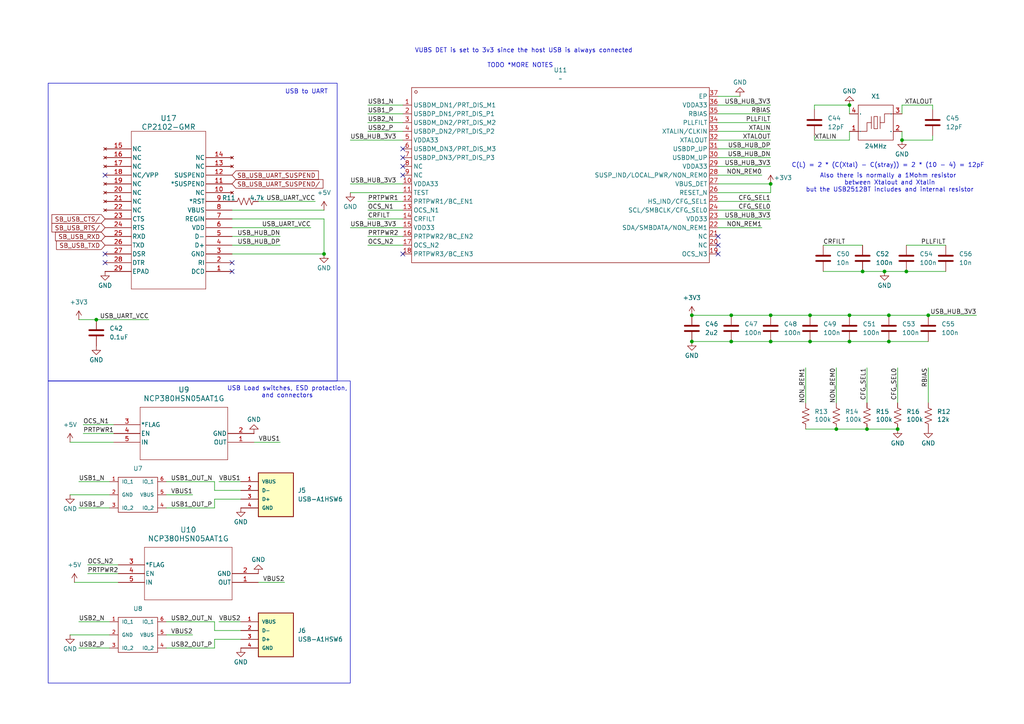
<source format=kicad_sch>
(kicad_sch (version 20250114) (generator "eeschema") (generator_version "9.0")
  (paper "A4")
  (lib_symbols
    (symbol "Device:C" (pin_numbers (hide yes)) (pin_names (offset 0.254))
      (property "Reference" "C" (at 0.635 2.54 0))
      (property "Value" "C" (at 0.635 -2.54 0))
      (symbol "C_0_1"
        (polyline (pts (xy -2.032 0.762) (xy 2.032 0.762)) (stroke (width 0.508)))
        (polyline (pts (xy -2.032 -0.762) (xy 2.032 -0.762)) (stroke (width 0.508)))
      )
      (symbol "C_1_1"
        (pin passive line (at 0 3.81 270) (length 2.794) (name "~") (number "1"))
        (pin passive line (at 0 -3.81 90) (length 2.794) (name "~") (number "2"))
      )
    )
    (symbol "Device:R_US" (pin_numbers (hide yes)) (pin_names (offset 0))
      (property "Reference" "R" (at 2.54 0 90))
      (property "Value" "R_US" (at -2.54 0 90))
      (symbol "R_US_0_1"
        (polyline (pts (xy 0 2.286) (xy 0 2.54)))
        (polyline (pts (xy 0 2.286) (xy 1.016 1.905) (xy 0 1.524) (xy -1.016 1.143) (xy 0 0.762)))
        (polyline (pts (xy 0 0.762) (xy 1.016 0.381) (xy 0 0) (xy -1.016 -0.381) (xy 0 -0.762)))
        (polyline (pts (xy 0 -0.762) (xy 1.016 -1.143) (xy 0 -1.524) (xy -1.016 -1.905) (xy 0 -2.286)))
        (polyline (pts (xy 0 -2.286) (xy 0 -2.54)))
      )
      (symbol "R_US_1_1"
        (pin passive line (at 0 3.81 270) (length 1.27) (name "~") (number "1"))
        (pin passive line (at 0 -3.81 90) (length 1.27) (name "~") (number "2"))
      )
    )
    (symbol "Test:NCP380HSN05AAT1G" (pin_names (offset 0.254))
      (property "Reference" "U" (at 20.32 10.16 0))
      (property "Value" "NCP380HSN05AAT1G" (at 20.32 7.62 0))
      (symbol "NCP380HSN05AAT1G_0_1"
        (polyline (pts (xy 7.62 5.08) (xy 7.62 -10.16)) (stroke (width 0.127)))
        (polyline (pts (xy 7.62 -10.16) (xy 33.02 -10.16)) (stroke (width 0.127)))
        (polyline (pts (xy 33.02 5.08) (xy 7.62 5.08)) (stroke (width 0.127)))
        (polyline (pts (xy 33.02 -10.16) (xy 33.02 5.08)) (stroke (width 0.127)))
        (pin output line (at 0 0 0) (length 7.62) (name "OUT") (number "1"))
        (pin power_in line (at 0 -2.54 0) (length 7.62) (name "GND") (number "2"))
        (pin input line (at 40.64 0 180) (length 7.62) (name "IN") (number "5"))
        (pin input line (at 40.64 -2.54 180) (length 7.62) (name "EN") (number "4"))
        (pin output line (at 40.64 -5.08 180) (length 7.62) (name "*FLAG") (number "3"))
      )
    )
    (symbol "Test:USB-A1HSW6" (pin_names (offset 1.016))
      (property "Reference" "J" (at -5.0818 8.898 0))
      (property "Value" "USB-A1HSW6" (at -5.0836 -7.6344 0))
      (symbol "USB-A1HSW6_0_0"
        (rectangle (start -5.08 -5.08) (end 5.08 7.62) (stroke (width 0.254)) (fill (type background)))
        (pin power_in line (at -10.16 5.08 0) (length 5.08) (name "VBUS") (number "1"))
        (pin bidirectional line (at -10.16 2.54 0) (length 5.08) (name "D-") (number "2"))
        (pin bidirectional line (at -10.16 0 0) (length 5.08) (name "D+") (number "3"))
        (pin power_in line (at -10.16 -2.54 0) (length 5.08) (name "GND") (number "4"))
      )
    )
    (symbol "Test:USBLC6-2SC6" (pin_names (offset 1.016))
      (property "Reference" "U" (at -15.2693 17.8093 0))
      (symbol "USBLC6-2SC6_0_1"
        (rectangle (start 0 0) (end 11.43 -10.16))
      )
      (symbol "USBLC6-2SC6_1_0"
        (pin bidirectional line (at -2.54 -1.27 0) (length 2.54) (name "IO_1") (number "1"))
        (pin power_in line (at -2.54 -5.08 0) (length 2.54) (name "GND") (number "2"))
        (pin bidirectional line (at -2.54 -8.89 0) (length 2.54) (name "IO_2") (number "3"))
        (pin bidirectional line (at 13.97 -1.27 180) (length 2.54) (name "IO_1") (number "6"))
        (pin power_in line (at 13.97 -5.08 180) (length 2.54) (name "VBUS") (number "5"))
        (pin bidirectional line (at 13.97 -8.89 180) (length 2.54) (name "IO_2") (number "4"))
      )
    )
    (symbol "USB_HUB:CP2102-GMR" (pin_names (offset 0.254))
      (symbol "CP2102-GMR_0_1"
        (polyline (pts (xy 24.13 5.08) (xy 24.13 -40.64)) (stroke (width 0.127)))
        (polyline (pts (xy 24.13 -40.64) (xy 45.72 -40.64)) (stroke (width 0.127)))
        (polyline (pts (xy 45.72 5.08) (xy 24.13 5.08)) (stroke (width 0.127)))
        (polyline (pts (xy 45.72 5.08) (xy 45.72 -40.64)) (stroke (width 0.127)))
        (pin input line (at 16.51 0 0) (length 7.62) (name "DCD") (number "1"))
        (pin input line (at 16.51 -2.54 0) (length 7.62) (name "RI") (number "2"))
        (pin power_in line (at 16.51 -5.08 0) (length 7.62) (name "GND") (number "3"))
        (pin bidirectional line (at 16.51 -7.62 0) (length 7.62) (name "D+") (number "4"))
        (pin bidirectional line (at 16.51 -10.16 0) (length 7.62) (name "D-") (number "5"))
        (pin power_in line (at 16.51 -12.7 0) (length 7.62) (name "VDD") (number "6"))
        (pin input line (at 16.51 -15.24 0) (length 7.62) (name "REGIN") (number "7"))
        (pin input line (at 16.51 -17.78 0) (length 7.62) (name "VBUS") (number "8"))
        (pin bidirectional line (at 16.51 -20.32 0) (length 7.62) (name "*RST") (number "9"))
        (pin no_connect line (at 16.51 -22.86 0) (length 7.62) (name "NC") (number "10"))
        (pin output line (at 16.51 -25.4 0) (length 7.62) (name "*SUSPEND") (number "11"))
        (pin output line (at 16.51 -27.94 0) (length 7.62) (name "SUSPEND") (number "12"))
        (pin no_connect line (at 16.51 -30.48 0) (length 7.62) (name "NC") (number "13"))
        (pin no_connect line (at 16.51 -33.02 0) (length 7.62) (name "NC") (number "14"))
        (pin unspecified line (at 53.34 0 180) (length 7.62) (name "EPAD") (number "29"))
        (pin output line (at 53.34 -2.54 180) (length 7.62) (name "DTR") (number "28"))
        (pin input line (at 53.34 -5.08 180) (length 7.62) (name "DSR") (number "27"))
        (pin output line (at 53.34 -7.62 180) (length 7.62) (name "TXD") (number "26"))
        (pin input line (at 53.34 -10.16 180) (length 7.62) (name "RXD") (number "25"))
        (pin output line (at 53.34 -12.7 180) (length 7.62) (name "RTS") (number "24"))
        (pin input line (at 53.34 -15.24 180) (length 7.62) (name "CTS") (number "23"))
        (pin no_connect line (at 53.34 -17.78 180) (length 7.62) (name "NC") (number "22"))
        (pin no_connect line (at 53.34 -20.32 180) (length 7.62) (name "NC") (number "21"))
        (pin no_connect line (at 53.34 -22.86 180) (length 7.62) (name "NC") (number "20"))
        (pin no_connect line (at 53.34 -25.4 180) (length 7.62) (name "NC") (number "19"))
        (pin bidirectional line (at 53.34 -27.94 180) (length 7.62) (name "NC/VPP") (number "18"))
        (pin no_connect line (at 53.34 -30.48 180) (length 7.62) (name "NC") (number "17"))
        (pin no_connect line (at 53.34 -33.02 180) (length 7.62) (name "NC") (number "16"))
        (pin no_connect line (at 53.34 -35.56 180) (length 7.62) (name "NC") (number "15"))
      )
    )
    (symbol "USB_HUB:USB2513B/M2"
      (property "Reference" "U" (at 0 0 0))
      (symbol "USB2513B/M2_1_0"
        (rectangle (start -43.18 -25.4) (end 43.18 25.4))
        (circle (center -41.91 24.13) (radius 0.381))
        (pin unspecified line (at -45.72 20.32 0) (length 2.54) (name "USBDM_DN1/PRT_DIS_M1") (number "1"))
        (pin unspecified line (at -45.72 17.78 0) (length 2.54) (name "USBDP_DN1/PRT_DIS_P1") (number "2"))
        (pin unspecified line (at -45.72 15.24 0) (length 2.54) (name "USBDM_DN2/PRT_DIS_M2") (number "3"))
        (pin unspecified line (at -45.72 12.7 0) (length 2.54) (name "USBDP_DN2/PRT_DIS_P2") (number "4"))
        (pin unspecified line (at -45.72 10.16 0) (length 2.54) (name "VDDA33") (number "5"))
        (pin unspecified line (at -45.72 7.62 0) (length 2.54) (name "USBDM_DN3/PRT_DIS_M3") (number "6"))
        (pin unspecified line (at -45.72 5.08 0) (length 2.54) (name "USBDP_DN3/PRT_DIS_P3") (number "7"))
        (pin unspecified line (at -45.72 2.54 0) (length 2.54) (name "NC") (number "8"))
        (pin unspecified line (at -45.72 0 0) (length 2.54) (name "NC") (number "9"))
        (pin unspecified line (at -45.72 -2.54 0) (length 2.54) (name "VDDA33") (number "10"))
        (pin unspecified line (at -45.72 -5.08 0) (length 2.54) (name "TEST") (number "11"))
        (pin unspecified line (at -45.72 -7.62 0) (length 2.54) (name "PRTPWR1/BC_EN1") (number "12"))
        (pin unspecified line (at -45.72 -10.16 0) (length 2.54) (name "OCS_N1") (number "13"))
        (pin unspecified line (at -45.72 -12.7 0) (length 2.54) (name "CRFILT") (number "14"))
        (pin unspecified line (at -45.72 -15.24 0) (length 2.54) (name "VDD33") (number "15"))
        (pin unspecified line (at -45.72 -17.78 0) (length 2.54) (name "PRTPWR2/BC_EN2") (number "16"))
        (pin unspecified line (at -45.72 -20.32 0) (length 2.54) (name "OCS_N2") (number "17"))
        (pin unspecified line (at -45.72 -22.86 0) (length 2.54) (name "PRTPWR3/BC_EN3") (number "18"))
        (pin unspecified line (at 45.72 22.86 180) (length 2.54) (name "EP") (number "37"))
        (pin unspecified line (at 45.72 20.32 180) (length 2.54) (name "VDDA33") (number "36"))
        (pin unspecified line (at 45.72 17.78 180) (length 2.54) (name "RBIAS") (number "35"))
        (pin unspecified line (at 45.72 15.24 180) (length 2.54) (name "PLLFILT") (number "34"))
        (pin unspecified line (at 45.72 12.7 180) (length 2.54) (name "XTALIN/CLKIN") (number "33"))
        (pin unspecified line (at 45.72 10.16 180) (length 2.54) (name "XTALOUT") (number "32"))
        (pin unspecified line (at 45.72 7.62 180) (length 2.54) (name "USBDP_UP") (number "31"))
        (pin unspecified line (at 45.72 5.08 180) (length 2.54) (name "USBDM_UP") (number "30"))
        (pin unspecified line (at 45.72 2.54 180) (length 2.54) (name "VDDA33") (number "29"))
        (pin unspecified line (at 45.72 0 180) (length 2.54) (name "SUSP_IND/LOCAL_PWR/NON_REM0") (number "28"))
        (pin unspecified line (at 45.72 -2.54 180) (length 2.54) (name "VBUS_DET") (number "27"))
        (pin unspecified line (at 45.72 -5.08 180) (length 2.54) (name "RESET_N") (number "26"))
        (pin unspecified line (at 45.72 -7.62 180) (length 2.54) (name "HS_IND/CFG_SEL1") (number "25"))
        (pin unspecified line (at 45.72 -10.16 180) (length 2.54) (name "SCL/SMBCLK/CFG_SEL0") (number "24"))
        (pin unspecified line (at 45.72 -12.7 180) (length 2.54) (name "VDD33") (number "23"))
        (pin unspecified line (at 45.72 -15.24 180) (length 2.54) (name "SDA/SMBDATA/NON_REM1") (number "22"))
        (pin unspecified line (at 45.72 -17.78 180) (length 2.54) (name "NC") (number "21"))
        (pin unspecified line (at 45.72 -20.32 180) (length 2.54) (name "NC") (number "20"))
        (pin unspecified line (at 45.72 -22.86 180) (length 2.54) (name "OCS_N3") (number "19"))
      )
    )
    (symbol "USB_HUB:XL7EL89CMI-111YLC-24M"
      (property "Reference" "X" (at 0 0 0))
      (symbol "XL7EL89CMI-111YLC-24M_1_0"
        (rectangle (start -5.08 5.08) (end 5.08 -5.08))
        (polyline (pts (xy -5.08 -2.54) (xy -2.54 -2.54) (xy -2.54 -2.54) (xy -2.54 0) (xy -2.54 0) (xy -1.27 0)))
        (polyline (pts (xy -1.27 -1.778) (xy -1.27 1.778)))
        (rectangle (start -0.508 1.778) (end 0.508 -1.778))
        (polyline (pts (xy 1.27 -1.778) (xy 1.27 1.778)))
        (polyline (pts (xy 5.08 2.54) (xy 2.54 2.54) (xy 2.54 2.54) (xy 2.54 0) (xy 2.54 0) (xy 1.27 0)))
        (pin input line (at -7.62 2.54 0) (length 2.54) (name "GND") (number "4"))
        (pin input line (at -7.62 -2.54 0) (length 2.54) (name "1") (number "1"))
        (pin input line (at 7.62 2.54 180) (length 2.54) (name "3") (number "3"))
        (pin input line (at 7.62 -2.54 180) (length 2.54) (name "GND") (number "2"))
      )
    )
    (symbol "power:+3V3" (power) (pin_numbers (hide yes)) (pin_names (offset 0) (hide yes))
      (property "Value" "+3V3" (at 0 3.556 0))
      (symbol "+3V3_0_1"
        (polyline (pts (xy -0.762 1.27) (xy 0 2.54)))
        (polyline (pts (xy 0 2.54) (xy 0.762 1.27)))
        (polyline (pts (xy 0 0) (xy 0 2.54)))
      )
      (symbol "+3V3_1_1"
        (pin power_in line (at 0 0 90) (length 0) (name "~") (number "1"))
      )
    )
    (symbol "power:+5V" (power) (pin_numbers (hide yes)) (pin_names (offset 0) (hide yes))
      (property "Value" "+5V" (at 0 3.556 0))
      (symbol "+5V_0_1"
        (polyline (pts (xy -0.762 1.27) (xy 0 2.54)))
        (polyline (pts (xy 0 2.54) (xy 0.762 1.27)))
        (polyline (pts (xy 0 0) (xy 0 2.54)))
      )
      (symbol "+5V_1_1"
        (pin power_in line (at 0 0 90) (length 0) (name "~") (number "1"))
      )
    )
    (symbol "power:GND" (power) (pin_numbers (hide yes)) (pin_names (offset 0) (hide yes))
      (property "Value" "GND" (at 0 -3.81 0))
      (symbol "GND_0_1"
        (polyline (pts (xy 0 0) (xy 0 -1.27) (xy 1.27 -1.27) (xy 0 -2.54) (xy -1.27 -1.27) (xy 0 -1.27)))
      )
      (symbol "GND_1_1"
        (pin power_in line (at 0 0 270) (length 0) (name "~") (number "1"))
      )
    )
  )
  (rectangle (start 13.97 24.13) (end 97.79 110.49))
  (rectangle (start 13.97 110.49) (end 101.6 198.12))
  (text "USB to UART\n" (at 88.9 26.67 0) (effects (font (size 1.27 1.27))))
  (text "C(L) = 2 * (C(Xtal) - C(stray)) = 2 * (10 - 4) = 12pF\n" (at 257.556 48.006 0) (effects (font (size 1.27 1.27))))
  (text "Also there is normally a 1Mohm resistor \nbetween Xtalout and Xtalin\nbut the USB2512BT includes and internal resistor\n" (at 258.064 53.086 0) (effects (font (size 1.27 1.27))))
  (text "TODO *MORE NOTES" (at 150.876 19.05 0) (effects (font (size 1.27 1.27))))
  (text "VUBS DET is set to 3v3 since the host USB is always connected" (at 151.892 14.732 0) (effects (font (size 1.27 1.27))))
  (text "USB Load switches, ESD protaction,\nand connectors\n\n" (at 83.312 114.808 0) (effects (font (size 1.27 1.27))))
  (junction (at 223.52 53.34))
  (junction (at 261.62 40.64))
  (junction (at 234.95 99.06))
  (junction (at 200.66 91.44))
  (junction (at 256.54 78.74))
  (junction (at 246.38 99.06))
  (junction (at 212.09 99.06))
  (junction (at 223.52 99.06))
  (junction (at 246.38 30.48))
  (junction (at 251.46 124.46))
  (junction (at 93.98 73.66))
  (junction (at 212.09 91.44))
  (junction (at 250.19 78.74))
  (junction (at 27.94 92.71))
  (junction (at 260.35 124.46))
  (junction (at 262.89 78.74))
  (junction (at 246.38 91.44))
  (junction (at 257.81 99.06))
  (junction (at 223.52 91.44))
  (junction (at 200.66 99.06))
  (junction (at 257.81 91.44))
  (junction (at 269.24 91.44))
  (junction (at 242.57 124.46))
  (junction (at 234.95 91.44))
  (no_connect (at 67.31 76.2))
  (no_connect (at 67.31 78.74))
  (no_connect (at 116.84 73.66))
  (no_connect (at 208.28 71.12))
  (no_connect (at 30.48 50.8))
  (no_connect (at 208.28 68.58))
  (no_connect (at 30.48 73.66))
  (no_connect (at 30.48 76.2))
  (no_connect (at 116.84 43.18))
  (no_connect (at 116.84 45.72))
  (no_connect (at 116.84 50.8))
  (no_connect (at 208.28 73.66))
  (no_connect (at 116.84 48.26))
  (wire (pts (xy 20.32 184.15) (xy 31.75 184.15)))
  (wire (pts (xy 233.68 124.46) (xy 242.57 124.46)))
  (wire (pts (xy 24.13 123.19) (xy 33.02 123.19)))
  (wire (pts (xy 62.23 142.24) (xy 69.85 142.24)))
  (wire (pts (xy 200.66 99.06) (xy 212.09 99.06)))
  (wire (pts (xy 74.93 168.91) (xy 82.55 168.91)))
  (wire (pts (xy 236.22 40.64) (xy 236.22 39.37)))
  (wire (pts (xy 246.38 30.48) (xy 236.22 30.48)))
  (wire (pts (xy 261.62 33.02) (xy 261.62 30.48)))
  (wire (pts (xy 208.28 30.48) (xy 223.52 30.48)))
  (wire (pts (xy 212.09 99.06) (xy 223.52 99.06)))
  (wire (pts (xy 269.24 106.68) (xy 269.24 116.84)))
  (wire (pts (xy 106.68 68.58) (xy 116.84 68.58)))
  (wire (pts (xy 238.76 78.74) (xy 250.19 78.74)))
  (wire (pts (xy 106.68 60.96) (xy 116.84 60.96)))
  (wire (pts (xy 73.66 128.27) (xy 81.28 128.27)))
  (wire (pts (xy 261.62 40.64) (xy 270.51 40.64)))
  (wire (pts (xy 208.28 55.88) (xy 223.52 55.88)))
  (wire (pts (xy 24.13 125.73) (xy 33.02 125.73)))
  (wire (pts (xy 67.31 71.12) (xy 81.28 71.12)))
  (wire (pts (xy 246.38 99.06) (xy 257.81 99.06)))
  (wire (pts (xy 262.89 71.12) (xy 274.32 71.12)))
  (wire (pts (xy 283.21 91.44) (xy 269.24 91.44)))
  (wire (pts (xy 106.68 71.12) (xy 116.84 71.12)))
  (wire (pts (xy 208.28 27.94) (xy 214.63 27.94)))
  (wire (pts (xy 106.68 33.02) (xy 116.84 33.02)))
  (wire (pts (xy 62.23 147.32) (xy 48.26 147.32)))
  (wire (pts (xy 25.4 163.83) (xy 34.29 163.83)))
  (wire (pts (xy 233.68 106.68) (xy 233.68 116.84)))
  (wire (pts (xy 43.18 92.71) (xy 27.94 92.71)))
  (wire (pts (xy 208.28 40.64) (xy 223.52 40.64)))
  (wire (pts (xy 261.62 38.1) (xy 261.62 40.64)))
  (wire (pts (xy 250.19 71.12) (xy 238.76 71.12)))
  (wire (pts (xy 25.4 166.37) (xy 34.29 166.37)))
  (wire (pts (xy 200.66 91.44) (xy 212.09 91.44)))
  (wire (pts (xy 246.38 38.1) (xy 246.38 40.64)))
  (wire (pts (xy 106.68 35.56) (xy 116.84 35.56)))
  (wire (pts (xy 62.23 144.78) (xy 69.85 144.78)))
  (wire (pts (xy 48.26 143.51) (xy 55.88 143.51)))
  (wire (pts (xy 62.23 185.42) (xy 62.23 187.96)))
  (wire (pts (xy 67.31 68.58) (xy 81.28 68.58)))
  (wire (pts (xy 208.28 48.26) (xy 223.52 48.26)))
  (wire (pts (xy 62.23 180.34) (xy 48.26 180.34)))
  (wire (pts (xy 242.57 106.68) (xy 242.57 116.84)))
  (wire (pts (xy 62.23 182.88) (xy 69.85 182.88)))
  (wire (pts (xy 234.95 91.44) (xy 246.38 91.44)))
  (wire (pts (xy 208.28 58.42) (xy 223.52 58.42)))
  (wire (pts (xy 67.31 66.04) (xy 90.17 66.04)))
  (wire (pts (xy 261.62 30.48) (xy 270.51 30.48)))
  (wire (pts (xy 208.28 35.56) (xy 223.52 35.56)))
  (wire (pts (xy 106.68 58.42) (xy 116.84 58.42)))
  (wire (pts (xy 223.52 99.06) (xy 234.95 99.06)))
  (wire (pts (xy 208.28 66.04) (xy 220.98 66.04)))
  (wire (pts (xy 67.31 73.66) (xy 93.98 73.66)))
  (wire (pts (xy 101.6 53.34) (xy 116.84 53.34)))
  (wire (pts (xy 246.38 91.44) (xy 257.81 91.44)))
  (wire (pts (xy 246.38 40.64) (xy 236.22 40.64)))
  (wire (pts (xy 208.28 33.02) (xy 223.52 33.02)))
  (wire (pts (xy 270.51 40.64) (xy 270.51 39.37)))
  (wire (pts (xy 22.86 92.71) (xy 27.94 92.71)))
  (wire (pts (xy 106.68 30.48) (xy 116.84 30.48)))
  (wire (pts (xy 257.81 91.44) (xy 269.24 91.44)))
  (wire (pts (xy 208.28 60.96) (xy 223.52 60.96)))
  (wire (pts (xy 67.31 63.5) (xy 93.98 63.5)))
  (wire (pts (xy 101.6 40.64) (xy 116.84 40.64)))
  (wire (pts (xy 234.95 99.06) (xy 246.38 99.06)))
  (wire (pts (xy 242.57 124.46) (xy 251.46 124.46)))
  (wire (pts (xy 48.26 139.7) (xy 62.23 139.7)))
  (wire (pts (xy 62.23 144.78) (xy 62.23 147.32)))
  (wire (pts (xy 48.26 184.15) (xy 55.88 184.15)))
  (wire (pts (xy 208.28 45.72) (xy 223.52 45.72)))
  (wire (pts (xy 62.23 180.34) (xy 62.23 182.88)))
  (wire (pts (xy 270.51 30.48) (xy 270.51 31.75)))
  (wire (pts (xy 22.86 187.96) (xy 31.75 187.96)))
  (wire (pts (xy 20.32 143.51) (xy 31.75 143.51)))
  (wire (pts (xy 208.28 38.1) (xy 223.52 38.1)))
  (wire (pts (xy 22.86 147.32) (xy 31.75 147.32)))
  (wire (pts (xy 67.31 60.96) (xy 93.98 60.96)))
  (wire (pts (xy 69.85 180.34) (xy 63.5 180.34)))
  (wire (pts (xy 208.28 50.8) (xy 220.98 50.8)))
  (wire (pts (xy 262.89 78.74) (xy 274.32 78.74)))
  (wire (pts (xy 251.46 124.46) (xy 260.35 124.46)))
  (wire (pts (xy 212.09 91.44) (xy 223.52 91.44)))
  (wire (pts (xy 246.38 30.48) (xy 246.38 33.02)))
  (wire (pts (xy 251.46 106.68) (xy 251.46 116.84)))
  (wire (pts (xy 62.23 139.7) (xy 62.23 142.24)))
  (wire (pts (xy 20.32 128.27) (xy 33.02 128.27)))
  (wire (pts (xy 101.6 55.88) (xy 116.84 55.88)))
  (wire (pts (xy 62.23 187.96) (xy 48.26 187.96)))
  (wire (pts (xy 208.28 63.5) (xy 223.52 63.5)))
  (wire (pts (xy 93.98 63.5) (xy 93.98 73.66)))
  (wire (pts (xy 223.52 53.34) (xy 223.52 55.88)))
  (wire (pts (xy 260.35 106.68) (xy 260.35 116.84)))
  (wire (pts (xy 236.22 30.48) (xy 236.22 31.75)))
  (wire (pts (xy 62.23 185.42) (xy 69.85 185.42)))
  (wire (pts (xy 106.68 63.5) (xy 116.84 63.5)))
  (wire (pts (xy 208.28 43.18) (xy 223.52 43.18)))
  (wire (pts (xy 21.59 168.91) (xy 34.29 168.91)))
  (wire (pts (xy 101.6 66.04) (xy 116.84 66.04)))
  (wire (pts (xy 22.86 180.34) (xy 31.75 180.34)))
  (wire (pts (xy 69.85 139.7) (xy 63.5 139.7)))
  (wire (pts (xy 208.28 53.34) (xy 223.52 53.34)))
  (wire (pts (xy 250.19 78.74) (xy 256.54 78.74)))
  (wire (pts (xy 223.52 91.44) (xy 234.95 91.44)))
  (wire (pts (xy 74.93 58.42) (xy 91.44 58.42)))
  (wire (pts (xy 22.86 139.7) (xy 31.75 139.7)))
  (wire (pts (xy 106.68 38.1) (xy 116.84 38.1)))
  (wire (pts (xy 256.54 78.74) (xy 262.89 78.74)))
  (wire (pts (xy 257.81 99.06) (xy 269.24 99.06)))
  (label "USB_UART_VCC" (at 90.17 66.04 180))
  (label "USB2_N" (at 106.68 35.56 0))
  (label "USB1_OUT_P" (at 49.53 147.32 0))
  (label "USB_HUB_DN" (at 81.28 68.58 180))
  (label "OCS_N2" (at 106.68 71.12 0))
  (label "VBUS2" (at 82.55 168.91 180))
  (label "VBUS2" (at 55.88 184.15 180))
  (label "USB1_N" (at 22.86 139.7 0))
  (label "CFG_SEL1" (at 251.46 106.68 270))
  (label "USB_HUB_DP" (at 81.28 71.12 180))
  (label "USB2_P" (at 106.68 38.1 0))
  (label "CFG_SEL1" (at 223.52 58.42 180))
  (label "VBUS2" (at 63.5 180.34 0))
  (label "USB_UART_VCC" (at 91.44 58.42 180))
  (label "CRFILT" (at 238.76 71.12 0))
  (label "USB_HUB_3V3" (at 101.6 53.34 0))
  (label "XTALOUT" (at 270.51 30.48 180))
  (label "USB_HUB_3V3" (at 223.52 63.5 180))
  (label "USB_UART_VCC" (at 43.18 92.71 180))
  (label "PRTPWR1" (at 24.13 125.73 0))
  (label "PRTPWR2" (at 25.4 166.37 0))
  (label "USB_HUB_DP" (at 223.52 43.18 180))
  (label "CFG_SEL0" (at 223.52 60.96 180))
  (label "OCS_N1" (at 106.68 60.96 0))
  (label "VBUS1" (at 63.5 139.7 0))
  (label "USB2_OUT_N" (at 49.53 180.34 0))
  (label "USB_HUB_3V3" (at 283.21 91.44 180))
  (label "USB_HUB_DN" (at 223.52 45.72 180))
  (label "PRTPWR1" (at 106.68 58.42 0))
  (label "OCS_N2" (at 25.4 163.83 0))
  (label "USB2_OUT_P" (at 49.53 187.96 0))
  (label "PLLFILT" (at 223.52 35.56 180))
  (label "USB1_P" (at 22.86 147.32 0))
  (label "XTALOUT" (at 223.52 40.64 180))
  (label "USB_HUB_3V3" (at 101.6 40.64 0))
  (label "VBUS1" (at 81.28 128.27 180))
  (label "USB2_N" (at 22.86 180.34 0))
  (label "CRFILT" (at 106.68 63.5 0))
  (label "USB1_P" (at 106.68 33.02 0))
  (label "XTALIN" (at 236.22 40.64 0))
  (label "USB1_OUT_N" (at 49.53 139.7 0))
  (label "PLLFILT" (at 274.32 71.12 180))
  (label "NON_REM1" (at 233.68 106.68 270))
  (label "NON_REM0" (at 220.98 50.8 180))
  (label "USB_HUB_3V3" (at 101.6 66.04 0))
  (label "CFG_SEL0" (at 260.35 106.68 270))
  (label "USB2_P" (at 22.86 187.96 0))
  (label "PRTPWR2" (at 106.68 68.58 0))
  (label "USB_HUB_3V3" (at 223.52 30.48 180))
  (label "NON_REM1" (at 220.98 66.04 180))
  (label "OCS_N1" (at 24.13 123.19 0))
  (label "XTALIN" (at 223.52 38.1 180))
  (label "RBIAS" (at 269.24 106.68 270))
  (label "RBIAS" (at 223.52 33.02 180))
  (label "NON_REM0" (at 242.57 106.68 270))
  (label "VBUS1" (at 55.88 143.51 180))
  (label "USB1_N" (at 106.68 30.48 0))
  (label "USB_HUB_3V3" (at 223.52 48.26 180))
  (global_label "SB_USB_UART_SUSPEND" (shape input) (at 67.31 50.8 0) (property "Intersheetrefs" "${INTERSHEET_REFS}" (effects (hide yes))))
  (global_label "SB_USB_CTS{slash}" (shape input) (at 30.48 63.5 180) (property "Intersheetrefs" "${INTERSHEET_REFS}" (effects (hide yes))))
  (global_label "SB_USB_TXD" (shape input) (at 30.48 71.12 180) (property "Intersheetrefs" "${INTERSHEET_REFS}" (effects (hide yes))))
  (global_label "SB_USB_RXD" (shape input) (at 30.48 68.58 180) (property "Intersheetrefs" "${INTERSHEET_REFS}" (effects (hide yes))))
  (global_label "SB_USB_RTS{slash}" (shape input) (at 30.48 66.04 180) (property "Intersheetrefs" "${INTERSHEET_REFS}" (effects (hide yes))))
  (global_label "SB_USB_UART_SUSPEND{slash}" (shape input) (at 67.31 53.34 0) (property "Intersheetrefs" "${INTERSHEET_REFS}" (effects (hide yes))))
  (symbol (lib_id "power:+3V3") (at 22.86 92.71 0) (unit 1)
    (property "Reference" "#PWR0141" (effects (hide yes)))
    (property "Value" "+3V3" (at 22.86 87.63 0))
    (property "Description" "Power symbol creates a global label with name \"+3V3\"" (effects (hide yes)))
  )
  (symbol (lib_id "Device:R_US") (at 233.68 120.65 0) (unit 1)
    (property "Reference" "R13" (at 236.22 119.3799 0) (effects (justify left)))
    (property "Value" "100k" (at 236.22 121.666 0) (effects (justify left)))
    (property "Footprint" "Resistor_SMD:R_0402_1005Metric" (effects (hide yes)))
    (property "Description" "Resistor, US symbol" (effects (hide yes)))
  )
  (symbol (lib_id "Device:C") (at 234.95 95.25 0) (unit 1)
    (property "Reference" "C49" (at 238.76 93.9799 0) (effects (justify left)))
    (property "Value" "100n" (at 238.76 96.5199 0) (effects (justify left)))
    (property "Footprint" "Capacitor_SMD:C_0402_1005Metric" (effects (hide yes)))
    (property "Description" "Unpolarized capacitor" (effects (hide yes)))
  )
  (symbol (lib_id "Device:R_US") (at 242.57 120.65 0) (unit 1)
    (property "Reference" "R14" (at 245.11 119.3799 0) (effects (justify left)))
    (property "Value" "100k" (at 245.11 121.666 0) (effects (justify left)))
    (property "Footprint" "Resistor_SMD:R_0402_1005Metric" (effects (hide yes)))
    (property "Description" "Resistor, US symbol" (effects (hide yes)))
  )
  (symbol (lib_id "power:GND") (at 214.63 27.94 180) (unit 1)
    (property "Reference" "#PWR0132" (effects (hide yes)))
    (property "Value" "GND" (at 214.63 23.876 0))
    (property "Description" "Power symbol creates a global label with name \"GND\" , ground" (effects (hide yes)))
  )
  (symbol (lib_id "power:GND") (at 261.62 40.64 0) (unit 1)
    (property "Reference" "#PWR0147" (effects (hide yes)))
    (property "Value" "GND" (at 261.62 44.704 0))
    (property "Description" "Power symbol creates a global label with name \"GND\" , ground" (effects (hide yes)))
  )
  (symbol (lib_id "Device:C") (at 250.19 74.93 0) (unit 1)
    (property "Reference" "C52" (at 254 73.6599 0) (effects (justify left)))
    (property "Value" "100n" (at 254 76.1999 0) (effects (justify left)))
    (property "Footprint" "Capacitor_SMD:C_0402_1005Metric" (effects (hide yes)))
    (property "Description" "Unpolarized capacitor" (effects (hide yes)))
  )
  (symbol (lib_id "power:GND") (at 20.32 184.15 0) (unit 1)
    (property "Reference" "#PWR0133" (effects (hide yes)))
    (property "Value" "GND" (at 20.32 188.214 0))
    (property "Description" "Power symbol creates a global label with name \"GND\" , ground" (effects (hide yes)))
  )
  (symbol (lib_id "power:+5V") (at 21.59 168.91 0) (unit 1)
    (property "Reference" "#PWR0134" (effects (hide yes)))
    (property "Value" "+5V" (at 21.59 163.83 0))
    (property "Description" "Power symbol creates a global label with name \"+5V\"" (effects (hide yes)))
  )
  (symbol (lib_id "power:GND") (at 101.6 55.88 0) (unit 1)
    (property "Reference" "#PWR079" (effects (hide yes)))
    (property "Value" "GND" (at 101.6 59.944 0))
    (property "Description" "Power symbol creates a global label with name \"GND\" , ground" (effects (hide yes)))
  )
  (symbol (lib_id "power:GND") (at 69.85 187.96 0) (unit 1)
    (property "Reference" "#PWR0135" (effects (hide yes)))
    (property "Value" "GND" (at 69.85 192.024 0))
    (property "Description" "Power symbol creates a global label with name \"GND\" , ground" (effects (hide yes)))
  )
  (symbol (lib_id "Device:C") (at 27.94 96.52 0) (unit 1)
    (property "Reference" "C42" (at 31.75 95.2499 0) (effects (justify left)))
    (property "Value" "0.1uF" (at 31.75 97.7899 0) (effects (justify left)))
    (property "Footprint" "Capacitor_SMD:C_0402_1005Metric" (effects (hide yes)))
    (property "Description" "Unpolarized capacitor" (effects (hide yes)))
  )
  (symbol (lib_id "power:GND") (at 27.94 100.33 0) (unit 1)
    (property "Reference" "#PWR0144" (effects (hide yes)))
    (property "Value" "GND" (at 27.94 104.394 0))
    (property "Description" "Power symbol creates a global label with name \"GND\" , ground" (effects (hide yes)))
  )
  (symbol (lib_id "Device:C") (at 270.51 35.56 0) (unit 1)
    (property "Reference" "C45" (at 274.32 34.2899 0) (effects (justify left)))
    (property "Value" "12pF" (at 274.32 36.8299 0) (effects (justify left)))
    (property "Footprint" "Capacitor_SMD:C_0402_1005Metric" (effects (hide yes)))
    (property "Description" "Unpolarized capacitor" (effects (hide yes)))
  )
  (symbol (lib_id "Device:C") (at 238.76 74.93 0) (unit 1)
    (property "Reference" "C50" (at 242.57 73.6599 0) (effects (justify left)))
    (property "Value" "10n" (at 242.57 76.1999 0) (effects (justify left)))
    (property "Footprint" "Capacitor_SMD:C_0402_1005Metric" (effects (hide yes)))
    (property "Description" "Unpolarized capacitor" (effects (hide yes)))
  )
  (symbol (lib_id "power:GND") (at 93.98 73.66 0) (unit 1)
    (property "Reference" "#PWR0165" (effects (hide yes)))
    (property "Value" "GND" (at 93.98 77.724 0))
    (property "Description" "Power symbol creates a global label with name \"GND\" , ground" (effects (hide yes)))
  )
  (symbol (lib_id "Device:C") (at 274.32 74.93 0) (unit 1)
    (property "Reference" "C56" (at 278.13 73.6599 0) (effects (justify left)))
    (property "Value" "10n" (at 278.13 76.1999 0) (effects (justify left)))
    (property "Footprint" "Capacitor_SMD:C_0402_1005Metric" (effects (hide yes)))
    (property "Description" "Unpolarized capacitor" (effects (hide yes)))
  )
  (symbol (lib_id "Device:C") (at 257.81 95.25 0) (unit 1)
    (property "Reference" "C53" (at 261.62 93.9799 0) (effects (justify left)))
    (property "Value" "100n" (at 261.62 96.5199 0) (effects (justify left)))
    (property "Footprint" "Capacitor_SMD:C_0402_1005Metric" (effects (hide yes)))
    (property "Description" "Unpolarized capacitor" (effects (hide yes)))
  )
  (symbol (lib_id "USB_HUB:XL7EL89CMI-111YLC-24M") (at 254 35.56 0) (unit 1)
    (property "Reference" "X1" (at 254 27.94 0))
    (property "Value" "24MHz" (at 254 42.418 0))
    (property "Footprint" "USB_HUB:CRYSTAL-SMD_4P-L2.0-W1.6-BL" (effects (hide yes)))
    (property "Datasheet" "https://item.szlcsc.com/datasheet/XL7EL89CMI-111YLC-24M/3357717.html" (effects (hide yes)))
    (property "Description" "Type:Crystal Oscillator Frequency:24MHz Normal temperature Frequency Tolerance:±10ppm Normal temperature Frequency Tolerance:±10ppm Load Capacitance:10pF Frequency Stability:±20ppm Frequency Stability:±20ppm Equivalent Series Resistance(ESR):- Operating T" (effects (hide yes)))
    (property "Manufacturer Part" "XL7EL89CMI-111YLC-24M" (effects (hide yes)))
    (property "Manufacturer" "YXC(扬兴晶振)" (effects (hide yes)))
    (property "Supplier Part" "C2965581" (effects (hide yes)))
    (property "Supplier" "LCSC" (effects (hide yes)))
    (property "LCSC Part Name" "YSX211SL 24MHZ 10PF ±10PPM -40~85°C" (effects (hide yes)))
  )
  (symbol (lib_id "power:+5V") (at 93.98 60.96 0) (unit 1)
    (property "Reference" "#PWR0164" (effects (hide yes)))
    (property "Value" "+5V" (at 93.98 55.88 0))
    (property "Description" "Power symbol creates a global label with name \"+5V\"" (effects (hide yes)))
  )
  (symbol (lib_id "power:GND") (at 200.66 99.06 0) (unit 1)
    (property "Reference" "#PWR0150" (effects (hide yes)))
    (property "Value" "GND" (at 200.66 103.124 0))
    (property "Description" "Power symbol creates a global label with name \"GND\" , ground" (effects (hide yes)))
  )
  (symbol (lib_id "Device:R_US") (at 71.12 58.42 90) (unit 1)
    (property "Reference" "R11" (at 68.326 57.404 90) (effects (justify left)))
    (property "Value" "4.7k" (at 76.708 57.404 90) (effects (justify left)))
    (property "Footprint" "Resistor_SMD:R_0201_0603Metric" (effects (hide yes)))
    (property "Description" "Resistor, US symbol" (effects (hide yes)))
  )
  (symbol (lib_id "Device:C") (at 262.89 74.93 0) (unit 1)
    (property "Reference" "C54" (at 266.7 73.6599 0) (effects (justify left)))
    (property "Value" "100n" (at 266.7 76.1999 0) (effects (justify left)))
    (property "Footprint" "Capacitor_SMD:C_0402_1005Metric" (effects (hide yes)))
    (property "Description" "Unpolarized capacitor" (effects (hide yes)))
  )
  (symbol (lib_id "power:GND") (at 260.35 124.46 0) (unit 1)
    (property "Reference" "#PWR0149" (effects (hide yes)))
    (property "Value" "GND" (at 260.35 128.524 0))
    (property "Description" "Power symbol creates a global label with name \"GND\" , ground" (effects (hide yes)))
  )
  (symbol (lib_id "Test:USBLC6-2SC6") (at 34.29 179.07 0) (unit 1)
    (property "Reference" "U8" (at 40.005 176.53 0))
    (property "Value" "USBLC6-2SC6" (effects (hide yes)))
    (property "Footprint" "USB_HUB:SOT95P280X145-6N" (effects (hide yes)))
    (property "Description" "17V Clamp 5A (8/20µs) Ipp Tvs Diode Surface Mount SOT-23-6" (effects (hide yes)))
    (property "DigiKey_Part_Number" "497-5235-1-ND" (effects (hide yes)))
    (property "MF" "STMicroelectronics" (effects (hide yes)))
    (property "PURCHASE-URL" "https://pricing.snapeda.com/search/part/USBLC6-2SC6/?ref=eda" (effects (hide yes)))
    (property "PACKAGE" "SOT-23-6 STMicroelectronics" (effects (hide yes)))
    (property "PRICE" "None" (effects (hide yes)))
    (property "Package" "SOT-23-6 STMicroelectronics" (effects (hide yes)))
    (property "Check_prices" "https://www.snapeda.com/parts/USBLC6-2SC6/STMicroelectronics/view-part/?ref=eda" (effects (hide yes)))
    (property "SnapEDA_Link" "https://www.snapeda.com/parts/USBLC6-2SC6/STMicroelectronics/view-part/?ref=snap" (effects (hide yes)))
    (property "MP" "USBLC6-2SC6" (effects (hide yes)))
    (property "Description_1" "17V Clamp 5A (8/20µs) Ipp Tvs Diode Surface Mount SOT-23-6" (effects (hide yes)))
    (property "AVAILABILITY" "In Stock" (effects (hide yes)))
  )
  (symbol (lib_id "power:GND") (at 74.93 166.37 180) (unit 1)
    (property "Reference" "#PWR0139" (effects (hide yes)))
    (property "Value" "GND" (at 74.93 162.306 0))
    (property "Description" "Power symbol creates a global label with name \"GND\" , ground" (effects (hide yes)))
  )
  (symbol (lib_id "Test:NCP380HSN05AAT1G") (at 73.66 128.27 180) (unit 1)
    (property "Reference" "U9" (at 53.34 113.03 0) (effects (font (size 1.524 1.524))))
    (property "Value" "NCP380HSN05AAT1G" (at 53.34 115.57 0) (effects (font (size 1.524 1.524))))
    (property "Footprint" "TSOP-5_ONS" (effects (hide yes)))
    (property "Datasheet" "NCP380HSN05AAT1G" (effects (hide yes)))
  )
  (symbol (lib_id "power:+3V3") (at 200.66 91.44 0) (unit 1)
    (property "Reference" "#PWR0146" (effects (hide yes)))
    (property "Value" "+3V3" (at 200.66 86.36 0))
    (property "Description" "Power symbol creates a global label with name \"+3V3\"" (effects (hide yes)))
  )
  (symbol (lib_id "Test:USBLC6-2SC6") (at 34.29 138.43 0) (unit 1)
    (property "Reference" "U7" (at 40.005 135.89 0))
    (property "Value" "USBLC6-2SC6" (effects (hide yes)))
    (property "Footprint" "USB_HUB:SOT95P280X145-6N" (effects (hide yes)))
    (property "Description" "17V Clamp 5A (8/20µs) Ipp Tvs Diode Surface Mount SOT-23-6" (effects (hide yes)))
    (property "DigiKey_Part_Number" "497-5235-1-ND" (effects (hide yes)))
    (property "MF" "STMicroelectronics" (effects (hide yes)))
    (property "PURCHASE-URL" "https://pricing.snapeda.com/search/part/USBLC6-2SC6/?ref=eda" (effects (hide yes)))
    (property "PACKAGE" "SOT-23-6 STMicroelectronics" (effects (hide yes)))
    (property "PRICE" "None" (effects (hide yes)))
    (property "Package" "SOT-23-6 STMicroelectronics" (effects (hide yes)))
    (property "Check_prices" "https://www.snapeda.com/parts/USBLC6-2SC6/STMicroelectronics/view-part/?ref=eda" (effects (hide yes)))
    (property "SnapEDA_Link" "https://www.snapeda.com/parts/USBLC6-2SC6/STMicroelectronics/view-part/?ref=snap" (effects (hide yes)))
    (property "MP" "USBLC6-2SC6" (effects (hide yes)))
    (property "Description_1" "17V Clamp 5A (8/20µs) Ipp Tvs Diode Surface Mount SOT-23-6" (effects (hide yes)))
    (property "AVAILABILITY" "In Stock" (effects (hide yes)))
  )
  (symbol (lib_id "power:GND") (at 73.66 125.73 180) (unit 1)
    (property "Reference" "#PWR0136" (effects (hide yes)))
    (property "Value" "GND" (at 73.66 121.666 0))
    (property "Description" "Power symbol creates a global label with name \"GND\" , ground" (effects (hide yes)))
  )
  (symbol (lib_id "Device:R_US") (at 260.35 120.65 0) (unit 1)
    (property "Reference" "R16" (at 262.89 119.3799 0) (effects (justify left)))
    (property "Value" "100k" (at 262.89 121.666 0) (effects (justify left)))
    (property "Footprint" "Resistor_SMD:R_0402_1005Metric" (effects (hide yes)))
    (property "Description" "Resistor, US symbol" (effects (hide yes)))
  )
  (symbol (lib_id "USB_HUB:CP2102-GMR") (at 83.82 78.74 180) (unit 1)
    (property "Reference" "U17" (at 48.895 34.29 0) (effects (font (size 1.524 1.524))))
    (property "Value" "CP2102-GMR" (at 48.895 36.83 0) (effects (font (size 1.524 1.524))))
    (property "Footprint" "USB_HUB:CP2102_GMR_SIL" (effects (hide yes)))
    (property "Datasheet" "CP2102-GMR" (effects (hide yes)))
  )
  (symbol (lib_id "Device:C") (at 246.38 95.25 0) (unit 1)
    (property "Reference" "C51" (at 250.19 93.9799 0) (effects (justify left)))
    (property "Value" "100n" (at 250.19 96.5199 0) (effects (justify left)))
    (property "Footprint" "Capacitor_SMD:C_0402_1005Metric" (effects (hide yes)))
    (property "Description" "Unpolarized capacitor" (effects (hide yes)))
  )
  (symbol (lib_id "power:GND") (at 246.38 30.48 180) (unit 1)
    (property "Reference" "#PWR0130" (effects (hide yes)))
    (property "Value" "GND" (at 246.38 26.416 0))
    (property "Description" "Power symbol creates a global label with name \"GND\" , ground" (effects (hide yes)))
  )
  (symbol (lib_id "Device:R_US") (at 269.24 120.65 0) (unit 1)
    (property "Reference" "R12" (at 271.78 119.3799 0) (effects (justify left)))
    (property "Value" "12k" (at 271.78 121.666 0) (effects (justify left)))
    (property "Footprint" "Resistor_SMD:R_0402_1005Metric" (effects (hide yes)))
    (property "Description" "Resistor, US symbol" (effects (hide yes)))
  )
  (symbol (lib_id "power:GND") (at 69.85 147.32 0) (unit 1)
    (property "Reference" "#PWR0140" (effects (hide yes)))
    (property "Value" "GND" (at 69.85 151.384 0))
    (property "Description" "Power symbol creates a global label with name \"GND\" , ground" (effects (hide yes)))
  )
  (symbol (lib_id "power:GND") (at 256.54 78.74 0) (unit 1)
    (property "Reference" "#PWR0145" (effects (hide yes)))
    (property "Value" "GND" (at 256.54 82.804 0))
    (property "Description" "Power symbol creates a global label with name \"GND\" , ground" (effects (hide yes)))
  )
  (symbol (lib_id "power:GND") (at 30.48 78.74 0) (unit 1)
    (property "Reference" "#PWR0112" (effects (hide yes)))
    (property "Value" "GND" (at 30.48 82.804 0))
    (property "Description" "Power symbol creates a global label with name \"GND\" , ground" (effects (hide yes)))
  )
  (symbol (lib_id "Device:C") (at 269.24 95.25 0) (unit 1)
    (property "Reference" "C55" (at 273.05 93.9799 0) (effects (justify left)))
    (property "Value" "100n" (at 273.05 96.5199 0) (effects (justify left)))
    (property "Footprint" "Capacitor_SMD:C_0402_1005Metric" (effects (hide yes)))
    (property "Description" "Unpolarized capacitor" (effects (hide yes)))
  )
  (symbol (lib_id "Device:C") (at 236.22 35.56 0) (unit 1)
    (property "Reference" "C44" (at 240.03 34.2899 0) (effects (justify left)))
    (property "Value" "12pF" (at 240.03 36.8299 0) (effects (justify left)))
    (property "Footprint" "Capacitor_SMD:C_0402_1005Metric" (effects (hide yes)))
    (property "Description" "Unpolarized capacitor" (effects (hide yes)))
  )
  (symbol (lib_id "power:GND") (at 20.32 143.51 0) (unit 1)
    (property "Reference" "#PWR0137" (effects (hide yes)))
    (property "Value" "GND" (at 20.32 147.574 0))
    (property "Description" "Power symbol creates a global label with name \"GND\" , ground" (effects (hide yes)))
  )
  (symbol (lib_id "Test:NCP380HSN05AAT1G") (at 74.93 168.91 180) (unit 1)
    (property "Reference" "U10" (at 54.61 153.67 0) (effects (font (size 1.524 1.524))))
    (property "Value" "NCP380HSN05AAT1G" (at 54.61 156.21 0) (effects (font (size 1.524 1.524))))
    (property "Footprint" "TSOP-5_ONS" (effects (hide yes)))
    (property "Datasheet" "NCP380HSN05AAT1G" (effects (hide yes)))
  )
  (symbol (lib_id "power:+5V") (at 20.32 128.27 0) (unit 1)
    (property "Reference" "#PWR0138" (effects (hide yes)))
    (property "Value" "+5V" (at 20.32 123.19 0))
    (property "Description" "Power symbol creates a global label with name \"+5V\"" (effects (hide yes)))
  )
  (symbol (lib_id "Device:C") (at 212.09 95.25 0) (unit 1)
    (property "Reference" "C47" (at 215.9 93.9799 0) (effects (justify left)))
    (property "Value" "100n" (at 215.9 96.5199 0) (effects (justify left)))
    (property "Footprint" "Capacitor_SMD:C_0402_1005Metric" (effects (hide yes)))
    (property "Description" "Unpolarized capacitor" (effects (hide yes)))
  )
  (symbol (lib_id "Device:R_US") (at 251.46 120.65 0) (unit 1)
    (property "Reference" "R15" (at 254 119.3799 0) (effects (justify left)))
    (property "Value" "100k" (at 254 121.666 0) (effects (justify left)))
    (property "Footprint" "Resistor_SMD:R_0402_1005Metric" (effects (hide yes)))
    (property "Description" "Resistor, US symbol" (effects (hide yes)))
  )
  (symbol (lib_id "power:GND") (at 269.24 124.46 0) (unit 1)
    (property "Reference" "#PWR0148" (effects (hide yes)))
    (property "Value" "GND" (at 269.24 128.524 0))
    (property "Description" "Power symbol creates a global label with name \"GND\" , ground" (effects (hide yes)))
  )
  (symbol (lib_id "Test:USB-A1HSW6") (at 80.01 144.78 0) (unit 1)
    (property "Reference" "J5" (at 86.36 142.2399 0) (effects (justify left)))
    (property "Value" "USB-A1HSW6" (at 86.36 144.7799 0) (effects (justify left)))
    (property "Footprint" "USB_HUB:OST_USB-A1HSW6" (effects (hide yes)))
    (property "DigiKey_Part_Number" "ED2989-ND" (effects (hide yes)))
    (property "SnapEDA_Link" "https://www.snapeda.com/parts/USB-A1HSW6/ON/view-part/?ref=snap" (effects (hide yes)))
    (property "MAXIMUM_PACKAGE_HEIGHT" "7.1 mm" (effects (hide yes)))
    (property "Package" "None" (effects (hide yes)))
    (property "Check_prices" "https://www.snapeda.com/parts/USB-A1HSW6/ON/view-part/?ref=eda" (effects (hide yes)))
    (property "STANDARD" "Manufacturer Recommendations" (effects (hide yes)))
    (property "PARTREV" "A" (effects (hide yes)))
    (property "MF" "On Shore" (effects (hide yes)))
    (property "MP" "USB-A1HSW6" (effects (hide yes)))
    (property "Description_1" "USB-A (USB TYPE-A) - Receptacle Connector 4 Position Through Hole, Right Angle" (effects (hide yes)))
    (property "MANUFACTURER" "On Shore" (effects (hide yes)))
  )
  (symbol (lib_id "USB_HUB:USB2513B/M2") (at 162.56 50.8 0) (unit 1)
    (property "Reference" "U11" (at 162.56 20.32 0))
    (property "Value" "~" (at 162.56 22.86 0))
    (property "Footprint" "USB_HUB:USB2513BM2" (effects (hide yes)))
    (property "Datasheet" "https://atta.szlcsc.com/upload/public/pdf/source/20180613/C220679_5406C825D415F058D3466663F78F68E9.pdf" (effects (hide yes)))
    (property "Description" "type:Hub Protocol:USB 2.0 Supply Voltage:3.3V Supply Voltage:3.3V Operating Temperature:0°C~+85°C Operating Temperature:0°C~+85°C" (effects (hide yes)))
    (property "Manufacturer Part" "USB2513B/M2" (effects (hide yes)))
    (property "Manufacturer" "MICROCHIP(美国微芯)" (effects (hide yes)))
    (property "Supplier Part" "C633337" (effects (hide yes)))
    (property "Supplier" "LCSC" (effects (hide yes)))
    (property "LCSC Part Name" "USB2513B/M2" (effects (hide yes)))
  )
  (symbol (lib_id "Device:C") (at 200.66 95.25 0) (unit 1)
    (property "Reference" "C46" (at 204.47 93.9799 0) (effects (justify left)))
    (property "Value" "2u2" (at 204.47 96.5199 0) (effects (justify left)))
    (property "Footprint" "Capacitor_SMD:C_0201_0603Metric" (effects (hide yes)))
    (property "Description" "Unpolarized capacitor" (effects (hide yes)))
  )
  (symbol (lib_id "power:+3V3") (at 223.52 53.34 0) (unit 1)
    (property "Reference" "#PWR0131" (effects (hide yes)))
    (property "Value" "+3V3" (at 227.076 51.562 0))
    (property "Description" "Power symbol creates a global label with name \"+3V3\"" (effects (hide yes)))
  )
  (symbol (lib_id "Test:USB-A1HSW6") (at 80.01 185.42 0) (unit 1)
    (property "Reference" "J6" (at 86.36 182.8799 0) (effects (justify left)))
    (property "Value" "USB-A1HSW6" (at 86.36 185.4199 0) (effects (justify left)))
    (property "Footprint" "USB_HUB:OST_USB-A1HSW6" (effects (hide yes)))
    (property "DigiKey_Part_Number" "ED2989-ND" (effects (hide yes)))
    (property "SnapEDA_Link" "https://www.snapeda.com/parts/USB-A1HSW6/ON/view-part/?ref=snap" (effects (hide yes)))
    (property "MAXIMUM_PACKAGE_HEIGHT" "7.1 mm" (effects (hide yes)))
    (property "Package" "None" (effects (hide yes)))
    (property "Check_prices" "https://www.snapeda.com/parts/USB-A1HSW6/ON/view-part/?ref=eda" (effects (hide yes)))
    (property "STANDARD" "Manufacturer Recommendations" (effects (hide yes)))
    (property "PARTREV" "A" (effects (hide yes)))
    (property "MF" "On Shore" (effects (hide yes)))
    (property "MP" "USB-A1HSW6" (effects (hide yes)))
    (property "Description_1" "USB-A (USB TYPE-A) - Receptacle Connector 4 Position Through Hole, Right Angle" (effects (hide yes)))
    (property "MANUFACTURER" "On Shore" (effects (hide yes)))
  )
  (symbol (lib_id "Device:C") (at 223.52 95.25 0) (unit 1)
    (property "Reference" "C48" (at 227.33 93.9799 0) (effects (justify left)))
    (property "Value" "100n" (at 227.33 96.5199 0) (effects (justify left)))
    (property "Footprint" "Capacitor_SMD:C_0402_1005Metric" (effects (hide yes)))
    (property "Description" "Unpolarized capacitor" (effects (hide yes)))
  )
)
</source>
